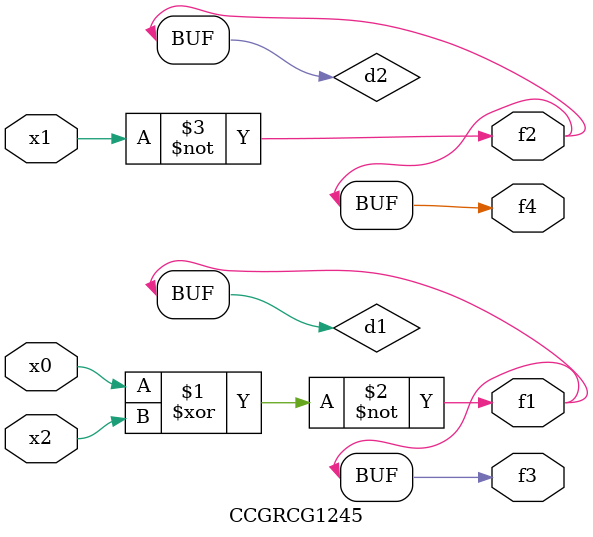
<source format=v>
module CCGRCG1245(
	input x0, x1, x2,
	output f1, f2, f3, f4
);

	wire d1, d2, d3;

	xnor (d1, x0, x2);
	nand (d2, x1);
	nor (d3, x1, x2);
	assign f1 = d1;
	assign f2 = d2;
	assign f3 = d1;
	assign f4 = d2;
endmodule

</source>
